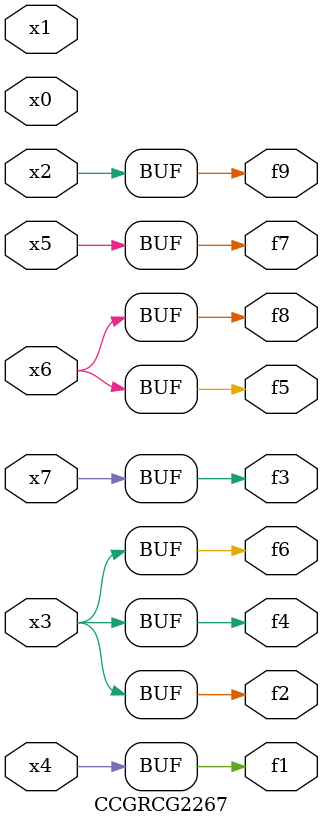
<source format=v>
module CCGRCG2267(
	input x0, x1, x2, x3, x4, x5, x6, x7,
	output f1, f2, f3, f4, f5, f6, f7, f8, f9
);
	assign f1 = x4;
	assign f2 = x3;
	assign f3 = x7;
	assign f4 = x3;
	assign f5 = x6;
	assign f6 = x3;
	assign f7 = x5;
	assign f8 = x6;
	assign f9 = x2;
endmodule

</source>
